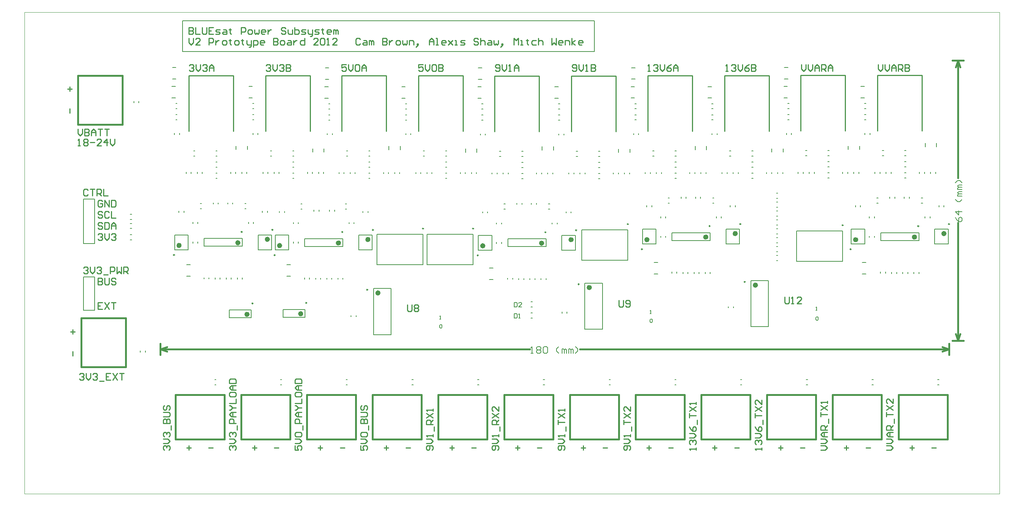
<source format=gto>
%FSLAX44Y44*%
%MOMM*%
G71*
G01*
G75*
G04 Layer_Color=65535*
%ADD10O,2.1000X0.4500*%
%ADD11R,1.2000X1.3500*%
%ADD12R,0.8000X0.7000*%
%ADD13R,1.3500X1.2000*%
%ADD14R,0.7000X0.8000*%
%ADD15R,1.3000X0.8000*%
%ADD16R,2.8000X1.3500*%
%ADD17O,0.6000X1.8000*%
%ADD18R,7.4000X5.0000*%
%ADD19R,5.3500X8.5400*%
%ADD20R,0.8900X3.0600*%
%ADD21O,0.3500X1.5500*%
%ADD22R,1.3500X2.8000*%
%ADD23O,0.3500X2.2000*%
%ADD24O,0.6000X2.2000*%
%ADD25C,0.1524*%
%ADD26C,0.2540*%
%ADD27C,0.7620*%
%ADD28C,0.5080*%
%ADD29C,1.0160*%
%ADD30C,0.2032*%
%ADD31C,0.3048*%
%ADD32R,177.7702X1.3208*%
%ADD33C,0.1000*%
%ADD34R,2.5400X2.5400*%
%ADD35C,2.5400*%
%ADD36R,1.5000X1.5000*%
%ADD37C,1.5000*%
%ADD38R,2.5400X2.5400*%
%ADD39C,7.0000*%
%ADD40C,0.7000*%
%ADD41C,0.6600*%
%ADD42C,1.2700*%
G04:AMPARAMS|DCode=43|XSize=3.024mm|YSize=3.024mm|CornerRadius=0mm|HoleSize=0mm|Usage=FLASHONLY|Rotation=0.000|XOffset=0mm|YOffset=0mm|HoleType=Round|Shape=Relief|Width=0.254mm|Gap=0.254mm|Entries=4|*
%AMTHD43*
7,0,0,3.0240,2.5160,0.2540,45*
%
%ADD43THD43*%
%ADD44C,2.5160*%
%ADD45C,1.9160*%
G04:AMPARAMS|DCode=46|XSize=2.424mm|YSize=2.424mm|CornerRadius=0mm|HoleSize=0mm|Usage=FLASHONLY|Rotation=0.000|XOffset=0mm|YOffset=0mm|HoleType=Round|Shape=Relief|Width=0.254mm|Gap=0.254mm|Entries=4|*
%AMTHD46*
7,0,0,2.4240,1.9160,0.2540,45*
%
%ADD46THD46*%
%ADD47C,4.2160*%
G04:AMPARAMS|DCode=48|XSize=1.824mm|YSize=1.824mm|CornerRadius=0mm|HoleSize=0mm|Usage=FLASHONLY|Rotation=0.000|XOffset=0mm|YOffset=0mm|HoleType=Round|Shape=Relief|Width=0.254mm|Gap=0.254mm|Entries=4|*
%AMTHD48*
7,0,0,1.8240,1.3160,0.2540,45*
%
%ADD48THD48*%
%ADD49C,1.3160*%
%ADD50C,1.3460*%
G04:AMPARAMS|DCode=51|XSize=2.2352mm|YSize=2.2352mm|CornerRadius=0mm|HoleSize=0mm|Usage=FLASHONLY|Rotation=0.000|XOffset=0mm|YOffset=0mm|HoleType=Round|Shape=Relief|Width=0.254mm|Gap=0.254mm|Entries=4|*
%AMTHD51*
7,0,0,2.2352,1.7272,0.2540,45*
%
%ADD51THD51*%
%ADD52C,1.7272*%
%ADD53C,2.5400*%
%ADD54C,0.6000*%
%ADD55C,0.2500*%
%ADD56C,0.3810*%
%ADD57C,0.2000*%
%ADD58C,0.1270*%
D25*
X2123907Y631658D02*
X2126446Y626580D01*
X2131524Y621501D01*
X2136602D01*
X2139142Y624040D01*
Y629119D01*
X2136602Y631658D01*
X2134063D01*
X2131524Y629119D01*
Y621501D01*
X2139142Y644354D02*
X2123907D01*
X2131524Y636736D01*
Y646893D01*
X2139142Y672285D02*
X2134063Y667206D01*
X2128985D01*
X2123907Y672285D01*
X2139142Y679902D02*
X2128985D01*
Y682441D01*
X2131524Y684981D01*
X2139142D01*
X2131524D01*
X2128985Y687520D01*
X2131524Y690059D01*
X2139142D01*
Y695137D02*
X2128985D01*
Y697677D01*
X2131524Y700216D01*
X2139142D01*
X2131524D01*
X2128985Y702755D01*
X2131524Y705294D01*
X2139142D01*
Y710372D02*
X2134063Y715451D01*
X2128985D01*
X2123907Y710372D01*
X1155153Y320858D02*
X1160232D01*
X1157692D01*
Y336093D01*
X1155153Y333554D01*
X1167849D02*
X1170388Y336093D01*
X1175467D01*
X1178006Y333554D01*
Y331015D01*
X1175467Y328476D01*
X1178006Y325937D01*
Y323398D01*
X1175467Y320858D01*
X1170388D01*
X1167849Y323398D01*
Y325937D01*
X1170388Y328476D01*
X1167849Y331015D01*
Y333554D01*
X1170388Y328476D02*
X1175467D01*
X1183084Y333554D02*
X1185623Y336093D01*
X1190702D01*
X1193241Y333554D01*
Y323398D01*
X1190702Y320858D01*
X1185623D01*
X1183084Y323398D01*
Y333554D01*
X1218633Y320858D02*
X1213554Y325937D01*
Y331015D01*
X1218633Y336093D01*
X1226250Y320858D02*
Y331015D01*
X1228789D01*
X1231329Y328476D01*
Y320858D01*
Y328476D01*
X1233868Y331015D01*
X1236407Y328476D01*
Y320858D01*
X1241485D02*
Y331015D01*
X1244025D01*
X1246564Y328476D01*
Y320858D01*
Y328476D01*
X1249103Y331015D01*
X1251642Y328476D01*
Y320858D01*
X1256720D02*
X1261799Y325937D01*
Y331015D01*
X1256720Y336093D01*
D26*
X374440Y828150D02*
Y955150D01*
X476040D01*
Y828150D02*
Y955150D01*
X549700Y828150D02*
Y955150D01*
X651300D01*
Y828150D02*
Y955150D01*
X1946340Y828550D02*
Y955550D01*
X2047940D01*
Y828550D02*
Y955550D01*
X1771080Y828550D02*
Y955550D01*
X1872680D01*
Y828550D02*
Y955550D01*
X1597440Y828060D02*
Y955060D01*
X1699040D01*
Y828060D02*
Y955060D01*
X1422180Y828060D02*
Y955060D01*
X1523780D01*
Y828060D02*
Y955060D01*
X1247840Y827280D02*
Y954280D01*
X1349440D01*
Y827280D02*
Y954280D01*
X1072580Y827280D02*
Y954280D01*
X1174180D01*
Y827280D02*
Y954280D01*
X898530Y827770D02*
Y954770D01*
X1000130D01*
Y827770D02*
Y954770D01*
X723270Y827770D02*
Y954770D01*
X824870D01*
Y827770D02*
Y954770D01*
X1356360Y441955D02*
Y429259D01*
X1358899Y426720D01*
X1363978D01*
X1366517Y429259D01*
Y441955D01*
X1371595Y429259D02*
X1374134Y426720D01*
X1379213D01*
X1381752Y429259D01*
Y439416D01*
X1379213Y441955D01*
X1374134D01*
X1371595Y439416D01*
Y436877D01*
X1374134Y434338D01*
X1381752D01*
X873760Y431795D02*
Y419099D01*
X876299Y416560D01*
X881377D01*
X883917Y419099D01*
Y431795D01*
X888995Y429256D02*
X891534Y431795D01*
X896613D01*
X899152Y429256D01*
Y426717D01*
X896613Y424178D01*
X899152Y421638D01*
Y419099D01*
X896613Y416560D01*
X891534D01*
X888995Y419099D01*
Y421638D01*
X891534Y424178D01*
X888995Y426717D01*
Y429256D01*
X891534Y424178D02*
X896613D01*
X319270Y99716D02*
X316731Y102255D01*
Y107333D01*
X319270Y109873D01*
X321809D01*
X324348Y107333D01*
Y104794D01*
Y107333D01*
X326888Y109873D01*
X329427D01*
X331966Y107333D01*
Y102255D01*
X329427Y99716D01*
X316731Y114951D02*
X326888D01*
X331966Y120029D01*
X326888Y125108D01*
X316731D01*
X319270Y130186D02*
X316731Y132725D01*
Y137804D01*
X319270Y140343D01*
X321809D01*
X324348Y137804D01*
Y135264D01*
Y137804D01*
X326888Y140343D01*
X329427D01*
X331966Y137804D01*
Y132725D01*
X329427Y130186D01*
X334505Y145421D02*
Y155578D01*
X316731Y160656D02*
X331966D01*
Y168274D01*
X329427Y170813D01*
X326888D01*
X324348Y168274D01*
Y160656D01*
Y168274D01*
X321809Y170813D01*
X319270D01*
X316731Y168274D01*
Y160656D01*
Y175891D02*
X329427D01*
X331966Y178430D01*
Y183509D01*
X329427Y186048D01*
X316731D01*
X319270Y201283D02*
X316731Y198744D01*
Y193666D01*
X319270Y191126D01*
X321809D01*
X324348Y193666D01*
Y198744D01*
X326888Y201283D01*
X329427D01*
X331966Y198744D01*
Y193666D01*
X329427Y191126D01*
X766819Y109873D02*
Y99716D01*
X774436D01*
X771897Y104794D01*
Y107333D01*
X774436Y109873D01*
X779515D01*
X782054Y107333D01*
Y102255D01*
X779515Y99716D01*
X766819Y114951D02*
X776976D01*
X782054Y120029D01*
X776976Y125108D01*
X766819D01*
X769358Y130186D02*
X766819Y132725D01*
Y137804D01*
X769358Y140343D01*
X779515D01*
X782054Y137804D01*
Y132725D01*
X779515Y130186D01*
X769358D01*
X784593Y145421D02*
Y155578D01*
X766819Y160656D02*
X782054D01*
Y168274D01*
X779515Y170813D01*
X776976D01*
X774436Y168274D01*
Y160656D01*
Y168274D01*
X771897Y170813D01*
X769358D01*
X766819Y168274D01*
Y160656D01*
Y175891D02*
X779515D01*
X782054Y178430D01*
Y183509D01*
X779515Y186048D01*
X766819D01*
X769358Y201283D02*
X766819Y198744D01*
Y193666D01*
X769358Y191126D01*
X771897D01*
X774436Y193666D01*
Y198744D01*
X776976Y201283D01*
X779515D01*
X782054Y198744D01*
Y193666D01*
X779515Y191126D01*
X469384Y99716D02*
X466845Y102255D01*
Y107333D01*
X469384Y109873D01*
X471923D01*
X474463Y107333D01*
Y104794D01*
Y107333D01*
X477002Y109873D01*
X479541D01*
X482080Y107333D01*
Y102255D01*
X479541Y99716D01*
X466845Y114951D02*
X477002D01*
X482080Y120029D01*
X477002Y125108D01*
X466845D01*
X469384Y130186D02*
X466845Y132725D01*
Y137804D01*
X469384Y140343D01*
X471923D01*
X474463Y137804D01*
Y135264D01*
Y137804D01*
X477002Y140343D01*
X479541D01*
X482080Y137804D01*
Y132725D01*
X479541Y130186D01*
X484619Y145421D02*
Y155578D01*
X482080Y160656D02*
X466845D01*
Y168274D01*
X469384Y170813D01*
X474463D01*
X477002Y168274D01*
Y160656D01*
X482080Y175891D02*
X471923D01*
X466845Y180970D01*
X471923Y186048D01*
X482080D01*
X474463D01*
Y175891D01*
X466845Y191126D02*
X469384D01*
X474463Y196205D01*
X469384Y201283D01*
X466845D01*
X474463Y196205D02*
X482080D01*
X466845Y206361D02*
X482080D01*
Y216518D01*
X466845Y229214D02*
Y224136D01*
X469384Y221597D01*
X479541D01*
X482080Y224136D01*
Y229214D01*
X479541Y231753D01*
X469384D01*
X466845Y229214D01*
X482080Y236831D02*
X471923D01*
X466845Y241910D01*
X471923Y246988D01*
X482080D01*
X474463D01*
Y236831D01*
X466845Y252067D02*
X482080D01*
Y259684D01*
X479541Y262223D01*
X469384D01*
X466845Y259684D01*
Y252067D01*
X616705Y109873D02*
Y99716D01*
X624323D01*
X621783Y104794D01*
Y107333D01*
X624323Y109873D01*
X629401D01*
X631940Y107333D01*
Y102255D01*
X629401Y99716D01*
X616705Y114951D02*
X626862D01*
X631940Y120029D01*
X626862Y125108D01*
X616705D01*
X619244Y130186D02*
X616705Y132725D01*
Y137804D01*
X619244Y140343D01*
X629401D01*
X631940Y137804D01*
Y132725D01*
X629401Y130186D01*
X619244D01*
X634479Y145421D02*
Y155578D01*
X631940Y160656D02*
X616705D01*
Y168274D01*
X619244Y170813D01*
X624323D01*
X626862Y168274D01*
Y160656D01*
X631940Y175891D02*
X621783D01*
X616705Y180970D01*
X621783Y186048D01*
X631940D01*
X624323D01*
Y175891D01*
X616705Y191126D02*
X619244D01*
X624323Y196205D01*
X619244Y201283D01*
X616705D01*
X624323Y196205D02*
X631940D01*
X616705Y206361D02*
X631940D01*
Y216518D01*
X616705Y229214D02*
Y224136D01*
X619244Y221597D01*
X629401D01*
X631940Y224136D01*
Y229214D01*
X629401Y231753D01*
X619244D01*
X616705Y229214D01*
X631940Y236831D02*
X621783D01*
X616705Y241910D01*
X621783Y246988D01*
X631940D01*
X624323D01*
Y236831D01*
X616705Y252067D02*
X631940D01*
Y259684D01*
X629401Y262223D01*
X619244D01*
X616705Y259684D01*
Y252067D01*
X1079489Y99716D02*
X1082028Y102255D01*
Y107333D01*
X1079489Y109873D01*
X1069332D01*
X1066793Y107333D01*
Y102255D01*
X1069332Y99716D01*
X1071871D01*
X1074410Y102255D01*
Y109873D01*
X1066793Y114951D02*
X1076950D01*
X1082028Y120029D01*
X1076950Y125108D01*
X1066793D01*
X1082028Y130186D02*
Y135264D01*
Y132725D01*
X1066793D01*
X1069332Y130186D01*
X1084567Y142882D02*
Y153039D01*
X1082028Y158117D02*
X1066793D01*
Y165735D01*
X1069332Y168274D01*
X1074410D01*
X1076950Y165735D01*
Y158117D01*
Y163195D02*
X1082028Y168274D01*
X1066793Y173352D02*
X1082028Y183509D01*
X1066793D02*
X1082028Y173352D01*
Y198744D02*
Y188587D01*
X1071871Y198744D01*
X1069332D01*
X1066793Y196205D01*
Y191126D01*
X1069332Y188587D01*
X1379463Y99716D02*
X1382002Y102255D01*
Y107333D01*
X1379463Y109873D01*
X1369306D01*
X1366767Y107333D01*
Y102255D01*
X1369306Y99716D01*
X1371845D01*
X1374384Y102255D01*
Y109873D01*
X1366767Y114951D02*
X1376924D01*
X1382002Y120029D01*
X1376924Y125108D01*
X1366767D01*
X1382002Y130186D02*
Y135264D01*
Y132725D01*
X1366767D01*
X1369306Y130186D01*
X1384541Y142882D02*
Y153039D01*
X1366767Y158117D02*
Y168274D01*
Y163195D01*
X1382002D01*
X1366767Y173352D02*
X1382002Y183509D01*
X1366767D02*
X1382002Y173352D01*
Y198744D02*
Y188587D01*
X1371845Y198744D01*
X1369306D01*
X1366767Y196205D01*
Y191126D01*
X1369306Y188587D01*
X125000Y272696D02*
X127539Y275235D01*
X132618D01*
X135157Y272696D01*
Y270157D01*
X132618Y267617D01*
X130078D01*
X132618D01*
X135157Y265078D01*
Y262539D01*
X132618Y260000D01*
X127539D01*
X125000Y262539D01*
X140235Y275235D02*
Y265078D01*
X145313Y260000D01*
X150392Y265078D01*
Y275235D01*
X155470Y272696D02*
X158009Y275235D01*
X163088D01*
X165627Y272696D01*
Y270157D01*
X163088Y267617D01*
X160548D01*
X163088D01*
X165627Y265078D01*
Y262539D01*
X163088Y260000D01*
X158009D01*
X155470Y262539D01*
X170705Y257461D02*
X180862D01*
X196097Y275235D02*
X185940D01*
Y260000D01*
X196097D01*
X185940Y267617D02*
X191019D01*
X201175Y275235D02*
X211332Y260000D01*
Y275235D02*
X201175Y260000D01*
X216410Y275235D02*
X226567D01*
X221489D01*
Y260000D01*
X1681976Y99716D02*
Y104794D01*
Y102255D01*
X1666741D01*
X1669280Y99716D01*
Y112412D02*
X1666741Y114951D01*
Y120029D01*
X1669280Y122569D01*
X1671819D01*
X1674359Y120029D01*
Y117490D01*
Y120029D01*
X1676898Y122569D01*
X1679437D01*
X1681976Y120029D01*
Y114951D01*
X1679437Y112412D01*
X1666741Y127647D02*
X1676898D01*
X1681976Y132725D01*
X1676898Y137804D01*
X1666741D01*
Y153039D02*
X1669280Y147960D01*
X1674359Y142882D01*
X1679437D01*
X1681976Y145421D01*
Y150499D01*
X1679437Y153039D01*
X1676898D01*
X1674359Y150499D01*
Y142882D01*
X1684515Y158117D02*
Y168274D01*
X1666741Y173352D02*
Y183509D01*
Y178430D01*
X1681976D01*
X1666741Y188587D02*
X1681976Y198744D01*
X1666741D02*
X1681976Y188587D01*
Y213979D02*
Y203822D01*
X1671819Y213979D01*
X1669280D01*
X1666741Y211440D01*
Y206361D01*
X1669280Y203822D01*
X121920Y833115D02*
Y822958D01*
X126998Y817880D01*
X132077Y822958D01*
Y833115D01*
X137155D02*
Y817880D01*
X144773D01*
X147312Y820419D01*
Y822958D01*
X144773Y825498D01*
X137155D01*
X144773D01*
X147312Y828037D01*
Y830576D01*
X144773Y833115D01*
X137155D01*
X152390Y817880D02*
Y828037D01*
X157469Y833115D01*
X162547Y828037D01*
Y817880D01*
Y825498D01*
X152390D01*
X167625Y833115D02*
X177782D01*
X172704D01*
Y817880D01*
X182860Y833115D02*
X193017D01*
X187939D01*
Y817880D01*
X1966715Y99716D02*
X1976872D01*
X1981950Y104794D01*
X1976872Y109873D01*
X1966715D01*
Y114951D02*
X1976872D01*
X1981950Y120029D01*
X1976872Y125108D01*
X1966715D01*
X1981950Y130186D02*
X1971793D01*
X1966715Y135264D01*
X1971793Y140343D01*
X1981950D01*
X1974332D01*
Y130186D01*
X1981950Y145421D02*
X1966715D01*
Y153039D01*
X1969254Y155578D01*
X1974332D01*
X1976872Y153039D01*
Y145421D01*
Y150499D02*
X1981950Y155578D01*
X1984489Y160656D02*
Y170813D01*
X1966715Y175891D02*
Y186048D01*
Y180970D01*
X1981950D01*
X1966715Y191126D02*
X1981950Y201283D01*
X1966715D02*
X1981950Y191126D01*
Y216518D02*
Y206361D01*
X1971793Y216518D01*
X1969254D01*
X1966715Y213979D01*
Y208901D01*
X1969254Y206361D01*
X929629Y99716D02*
X932168Y102255D01*
Y107333D01*
X929629Y109873D01*
X919472D01*
X916933Y107333D01*
Y102255D01*
X919472Y99716D01*
X922011D01*
X924550Y102255D01*
Y109873D01*
X916933Y114951D02*
X927090D01*
X932168Y120029D01*
X927090Y125108D01*
X916933D01*
X932168Y130186D02*
Y135264D01*
Y132725D01*
X916933D01*
X919472Y130186D01*
X934707Y142882D02*
Y153039D01*
X932168Y158117D02*
X916933D01*
Y165735D01*
X919472Y168274D01*
X924550D01*
X927090Y165735D01*
Y158117D01*
Y163195D02*
X932168Y168274D01*
X916933Y173352D02*
X932168Y183509D01*
X916933D02*
X932168Y173352D01*
Y188587D02*
Y193666D01*
Y191126D01*
X916933D01*
X919472Y188587D01*
X1229603Y99716D02*
X1232142Y102255D01*
Y107333D01*
X1229603Y109873D01*
X1219446D01*
X1216907Y107333D01*
Y102255D01*
X1219446Y99716D01*
X1221985D01*
X1224525Y102255D01*
Y109873D01*
X1216907Y114951D02*
X1227064D01*
X1232142Y120029D01*
X1227064Y125108D01*
X1216907D01*
X1232142Y130186D02*
Y135264D01*
Y132725D01*
X1216907D01*
X1219446Y130186D01*
X1234681Y142882D02*
Y153039D01*
X1216907Y158117D02*
Y168274D01*
Y163195D01*
X1232142D01*
X1216907Y173352D02*
X1232142Y183509D01*
X1216907D02*
X1232142Y173352D01*
Y188587D02*
Y193666D01*
Y191126D01*
X1216907D01*
X1219446Y188587D01*
X1532116Y99716D02*
Y104794D01*
Y102255D01*
X1516881D01*
X1519420Y99716D01*
Y112412D02*
X1516881Y114951D01*
Y120029D01*
X1519420Y122569D01*
X1521959D01*
X1524498Y120029D01*
Y117490D01*
Y120029D01*
X1527038Y122569D01*
X1529577D01*
X1532116Y120029D01*
Y114951D01*
X1529577Y112412D01*
X1516881Y127647D02*
X1527038D01*
X1532116Y132725D01*
X1527038Y137804D01*
X1516881D01*
Y153039D02*
X1519420Y147960D01*
X1524498Y142882D01*
X1529577D01*
X1532116Y145421D01*
Y150499D01*
X1529577Y153039D01*
X1527038D01*
X1524498Y150499D01*
Y142882D01*
X1534655Y158117D02*
Y168274D01*
X1516881Y173352D02*
Y183509D01*
Y178430D01*
X1532116D01*
X1516881Y188587D02*
X1532116Y198744D01*
X1516881D02*
X1532116Y188587D01*
Y203822D02*
Y208901D01*
Y206361D01*
X1516881D01*
X1519420Y203822D01*
X1816855Y99716D02*
X1827012D01*
X1832090Y104794D01*
X1827012Y109873D01*
X1816855D01*
Y114951D02*
X1827012D01*
X1832090Y120029D01*
X1827012Y125108D01*
X1816855D01*
X1832090Y130186D02*
X1821933D01*
X1816855Y135264D01*
X1821933Y140343D01*
X1832090D01*
X1824473D01*
Y130186D01*
X1832090Y145421D02*
X1816855D01*
Y153039D01*
X1819394Y155578D01*
X1824473D01*
X1827012Y153039D01*
Y145421D01*
Y150499D02*
X1832090Y155578D01*
X1834629Y160656D02*
Y170813D01*
X1816855Y175891D02*
Y186048D01*
Y180970D01*
X1832090D01*
X1816855Y191126D02*
X1832090Y201283D01*
X1816855D02*
X1832090Y191126D01*
Y206361D02*
Y211440D01*
Y208901D01*
X1816855D01*
X1819394Y206361D01*
X1734820Y449575D02*
Y436879D01*
X1737359Y434340D01*
X1742437D01*
X1744977Y436879D01*
Y449575D01*
X1750055Y434340D02*
X1755133D01*
X1752594D01*
Y449575D01*
X1750055Y447036D01*
X1772908Y434340D02*
X1762751D01*
X1772908Y444497D01*
Y447036D01*
X1770368Y449575D01*
X1765290D01*
X1762751Y447036D01*
X102603Y919160D02*
Y929317D01*
X97524Y924238D02*
X107681D01*
X102603Y869160D02*
Y879317D01*
X121920Y795020D02*
X126998D01*
X124459D01*
Y810255D01*
X121920Y807716D01*
X134616D02*
X137155Y810255D01*
X142233D01*
X144773Y807716D01*
Y805177D01*
X142233Y802637D01*
X144773Y800098D01*
Y797559D01*
X142233Y795020D01*
X137155D01*
X134616Y797559D01*
Y800098D01*
X137155Y802637D01*
X134616Y805177D01*
Y807716D01*
X137155Y802637D02*
X142233D01*
X149851D02*
X160008D01*
X175243Y795020D02*
X165086D01*
X175243Y805177D01*
Y807716D01*
X172704Y810255D01*
X167625D01*
X165086Y807716D01*
X187939Y795020D02*
Y810255D01*
X180321Y802637D01*
X190478D01*
X195556Y810255D02*
Y800098D01*
X200634Y795020D01*
X205713Y800098D01*
Y810255D01*
X380000Y104882D02*
X369843D01*
X374922Y99804D02*
Y109961D01*
X430000Y104882D02*
X419843D01*
X830000D02*
X819843D01*
X824922Y99804D02*
Y109961D01*
X880000Y104882D02*
X869843D01*
X530000D02*
X519843D01*
X524922Y99804D02*
Y109961D01*
X580000Y104882D02*
X569843D01*
X680000D02*
X669843D01*
X674922Y99804D02*
Y109961D01*
X730000Y104882D02*
X719843D01*
X1130000D02*
X1119843D01*
X1124922Y99804D02*
Y109961D01*
X1180000Y104882D02*
X1169843D01*
X1430000D02*
X1419843D01*
X1424922Y99804D02*
Y109961D01*
X1480000Y104882D02*
X1469843D01*
X1730000D02*
X1719843D01*
X1724922Y99804D02*
Y109961D01*
X1780000Y104882D02*
X1769843D01*
X2030000D02*
X2019843D01*
X2024922Y99804D02*
Y109961D01*
X2080000Y104882D02*
X2069843D01*
X980000D02*
X969843D01*
X974922Y99804D02*
Y109961D01*
X1030000Y104882D02*
X1019843D01*
X1280000D02*
X1269843D01*
X1274922Y99804D02*
Y109961D01*
X1330000Y104882D02*
X1319843D01*
X1580000D02*
X1569843D01*
X1574922Y99804D02*
Y109961D01*
X1630000Y104882D02*
X1619843D01*
X1880000D02*
X1869843D01*
X1874922Y99804D02*
Y109961D01*
X1930000Y104882D02*
X1919843D01*
X177797Y436875D02*
X167640D01*
Y421640D01*
X177797D01*
X167640Y429258D02*
X172718D01*
X182875Y436875D02*
X193032Y421640D01*
Y436875D02*
X182875Y421640D01*
X198110Y436875D02*
X208267D01*
X203188D01*
Y421640D01*
X167640Y492755D02*
Y477520D01*
X175257D01*
X177797Y480059D01*
Y482598D01*
X175257Y485137D01*
X167640D01*
X175257D01*
X177797Y487677D01*
Y490216D01*
X175257Y492755D01*
X167640D01*
X182875D02*
Y480059D01*
X185414Y477520D01*
X190493D01*
X193032Y480059D01*
Y492755D01*
X208267Y490216D02*
X205728Y492755D01*
X200649D01*
X198110Y490216D01*
Y487677D01*
X200649Y485137D01*
X205728D01*
X208267Y482598D01*
Y480059D01*
X205728Y477520D01*
X200649D01*
X198110Y480059D01*
X177797Y668016D02*
X175257Y670555D01*
X170179D01*
X167640Y668016D01*
Y657859D01*
X170179Y655320D01*
X175257D01*
X177797Y657859D01*
Y662937D01*
X172718D01*
X182875Y655320D02*
Y670555D01*
X193032Y655320D01*
Y670555D01*
X198110D02*
Y655320D01*
X205728D01*
X208267Y657859D01*
Y668016D01*
X205728Y670555D01*
X198110D01*
X177797Y642616D02*
X175257Y645155D01*
X170179D01*
X167640Y642616D01*
Y640077D01*
X170179Y637537D01*
X175257D01*
X177797Y634998D01*
Y632459D01*
X175257Y629920D01*
X170179D01*
X167640Y632459D01*
X193032Y642616D02*
X190493Y645155D01*
X185414D01*
X182875Y642616D01*
Y632459D01*
X185414Y629920D01*
X190493D01*
X193032Y632459D01*
X198110Y645155D02*
Y629920D01*
X208267D01*
X177797Y617216D02*
X175257Y619755D01*
X170179D01*
X167640Y617216D01*
Y614677D01*
X170179Y612137D01*
X175257D01*
X177797Y609598D01*
Y607059D01*
X175257Y604520D01*
X170179D01*
X167640Y607059D01*
X182875Y619755D02*
Y604520D01*
X190493D01*
X193032Y607059D01*
Y617216D01*
X190493Y619755D01*
X182875D01*
X198110Y604520D02*
Y614677D01*
X203188Y619755D01*
X208267Y614677D01*
Y604520D01*
Y612137D01*
X198110D01*
X167640Y591816D02*
X170179Y594355D01*
X175257D01*
X177797Y591816D01*
Y589277D01*
X175257Y586738D01*
X172718D01*
X175257D01*
X177797Y584198D01*
Y581659D01*
X175257Y579120D01*
X170179D01*
X167640Y581659D01*
X182875Y594355D02*
Y584198D01*
X187953Y579120D01*
X193032Y584198D01*
Y594355D01*
X198110Y591816D02*
X200649Y594355D01*
X205728D01*
X208267Y591816D01*
Y589277D01*
X205728Y586738D01*
X203188D01*
X205728D01*
X208267Y584198D01*
Y581659D01*
X205728Y579120D01*
X200649D01*
X198110Y581659D01*
X144777Y693416D02*
X142238Y695955D01*
X137159D01*
X134620Y693416D01*
Y683259D01*
X137159Y680720D01*
X142238D01*
X144777Y683259D01*
X149855Y695955D02*
X160012D01*
X154933D01*
Y680720D01*
X165090D02*
Y695955D01*
X172708D01*
X175247Y693416D01*
Y688337D01*
X172708Y685798D01*
X165090D01*
X170168D02*
X175247Y680720D01*
X180325Y695955D02*
Y680720D01*
X190482D01*
X109882Y365000D02*
Y375157D01*
X104804Y370078D02*
X114961D01*
X109882Y315000D02*
Y325157D01*
X375000Y1065235D02*
Y1050000D01*
X382617D01*
X385157Y1052539D01*
Y1055078D01*
X382617Y1057617D01*
X375000D01*
X382617D01*
X385157Y1060157D01*
Y1062696D01*
X382617Y1065235D01*
X375000D01*
X390235D02*
Y1050000D01*
X400392D01*
X405470Y1065235D02*
Y1052539D01*
X408009Y1050000D01*
X413088D01*
X415627Y1052539D01*
Y1065235D01*
X430862D02*
X420705D01*
Y1050000D01*
X430862D01*
X420705Y1057617D02*
X425784D01*
X435940Y1050000D02*
X443558D01*
X446097Y1052539D01*
X443558Y1055078D01*
X438479D01*
X435940Y1057617D01*
X438479Y1060157D01*
X446097D01*
X453715D02*
X458793D01*
X461332Y1057617D01*
Y1050000D01*
X453715D01*
X451175Y1052539D01*
X453715Y1055078D01*
X461332D01*
X468950Y1062696D02*
Y1060157D01*
X466410D01*
X471489D01*
X468950D01*
Y1052539D01*
X471489Y1050000D01*
X494341D02*
Y1065235D01*
X501959D01*
X504498Y1062696D01*
Y1057617D01*
X501959Y1055078D01*
X494341D01*
X512116Y1050000D02*
X517194D01*
X519733Y1052539D01*
Y1057617D01*
X517194Y1060157D01*
X512116D01*
X509576Y1057617D01*
Y1052539D01*
X512116Y1050000D01*
X524812Y1060157D02*
Y1052539D01*
X527351Y1050000D01*
X529890Y1052539D01*
X532429Y1050000D01*
X534968Y1052539D01*
Y1060157D01*
X547664Y1050000D02*
X542586D01*
X540047Y1052539D01*
Y1057617D01*
X542586Y1060157D01*
X547664D01*
X550203Y1057617D01*
Y1055078D01*
X540047D01*
X555282Y1060157D02*
Y1050000D01*
Y1055078D01*
X557821Y1057617D01*
X560360Y1060157D01*
X562899D01*
X595909Y1062696D02*
X593369Y1065235D01*
X588291D01*
X585752Y1062696D01*
Y1060157D01*
X588291Y1057617D01*
X593369D01*
X595909Y1055078D01*
Y1052539D01*
X593369Y1050000D01*
X588291D01*
X585752Y1052539D01*
X600987Y1060157D02*
Y1052539D01*
X603526Y1050000D01*
X611144D01*
Y1060157D01*
X616222Y1065235D02*
Y1050000D01*
X623839D01*
X626379Y1052539D01*
Y1055078D01*
Y1057617D01*
X623839Y1060157D01*
X616222D01*
X631457Y1050000D02*
X639075D01*
X641614Y1052539D01*
X639075Y1055078D01*
X633996D01*
X631457Y1057617D01*
X633996Y1060157D01*
X641614D01*
X646692D02*
Y1052539D01*
X649231Y1050000D01*
X656849D01*
Y1047461D01*
X654310Y1044922D01*
X651770D01*
X656849Y1050000D02*
Y1060157D01*
X661927Y1050000D02*
X669545D01*
X672084Y1052539D01*
X669545Y1055078D01*
X664466D01*
X661927Y1057617D01*
X664466Y1060157D01*
X672084D01*
X679702Y1062696D02*
Y1060157D01*
X677162D01*
X682241D01*
X679702D01*
Y1052539D01*
X682241Y1050000D01*
X697476D02*
X692397D01*
X689858Y1052539D01*
Y1057617D01*
X692397Y1060157D01*
X697476D01*
X700015Y1057617D01*
Y1055078D01*
X689858D01*
X705093Y1050000D02*
Y1060157D01*
X707632D01*
X710172Y1057617D01*
Y1050000D01*
Y1057617D01*
X712711Y1060157D01*
X715250Y1057617D01*
Y1050000D01*
X375000Y1040235D02*
Y1030078D01*
X380078Y1025000D01*
X385157Y1030078D01*
Y1040235D01*
X400392Y1025000D02*
X390235D01*
X400392Y1035157D01*
Y1037696D01*
X397853Y1040235D01*
X392774D01*
X390235Y1037696D01*
X420705Y1025000D02*
Y1040235D01*
X428323D01*
X430862Y1037696D01*
Y1032617D01*
X428323Y1030078D01*
X420705D01*
X435940Y1035157D02*
Y1025000D01*
Y1030078D01*
X438479Y1032617D01*
X441019Y1035157D01*
X443558D01*
X453715Y1025000D02*
X458793D01*
X461332Y1027539D01*
Y1032617D01*
X458793Y1035157D01*
X453715D01*
X451175Y1032617D01*
Y1027539D01*
X453715Y1025000D01*
X468950Y1037696D02*
Y1035157D01*
X466410D01*
X471489D01*
X468950D01*
Y1027539D01*
X471489Y1025000D01*
X481646D02*
X486724D01*
X489263Y1027539D01*
Y1032617D01*
X486724Y1035157D01*
X481646D01*
X479106Y1032617D01*
Y1027539D01*
X481646Y1025000D01*
X496881Y1037696D02*
Y1035157D01*
X494341D01*
X499420D01*
X496881D01*
Y1027539D01*
X499420Y1025000D01*
X507037Y1035157D02*
Y1027539D01*
X509576Y1025000D01*
X517194D01*
Y1022461D01*
X514655Y1019922D01*
X512116D01*
X517194Y1025000D02*
Y1035157D01*
X522272Y1019922D02*
Y1035157D01*
X529890D01*
X532429Y1032617D01*
Y1027539D01*
X529890Y1025000D01*
X522272D01*
X545125D02*
X540047D01*
X537507Y1027539D01*
Y1032617D01*
X540047Y1035157D01*
X545125D01*
X547664Y1032617D01*
Y1030078D01*
X537507D01*
X567978Y1040235D02*
Y1025000D01*
X575595D01*
X578134Y1027539D01*
Y1030078D01*
X575595Y1032617D01*
X567978D01*
X575595D01*
X578134Y1035157D01*
Y1037696D01*
X575595Y1040235D01*
X567978D01*
X585752Y1025000D02*
X590830D01*
X593369Y1027539D01*
Y1032617D01*
X590830Y1035157D01*
X585752D01*
X583213Y1032617D01*
Y1027539D01*
X585752Y1025000D01*
X600987Y1035157D02*
X606065D01*
X608604Y1032617D01*
Y1025000D01*
X600987D01*
X598448Y1027539D01*
X600987Y1030078D01*
X608604D01*
X613683Y1035157D02*
Y1025000D01*
Y1030078D01*
X616222Y1032617D01*
X618761Y1035157D01*
X621300D01*
X639075Y1040235D02*
Y1025000D01*
X631457D01*
X628918Y1027539D01*
Y1032617D01*
X631457Y1035157D01*
X639075D01*
X669545Y1025000D02*
X659388D01*
X669545Y1035157D01*
Y1037696D01*
X667005Y1040235D01*
X661927D01*
X659388Y1037696D01*
X674623D02*
X677162Y1040235D01*
X682241D01*
X684780Y1037696D01*
Y1027539D01*
X682241Y1025000D01*
X677162D01*
X674623Y1027539D01*
Y1037696D01*
X689858Y1025000D02*
X694937D01*
X692397D01*
Y1040235D01*
X689858Y1037696D01*
X712711Y1025000D02*
X702554D01*
X712711Y1035157D01*
Y1037696D01*
X710172Y1040235D01*
X705093D01*
X702554Y1037696D01*
X765807Y1037840D02*
X763268Y1040379D01*
X758189D01*
X755650Y1037840D01*
Y1027683D01*
X758189Y1025144D01*
X763268D01*
X765807Y1027683D01*
X773424Y1035301D02*
X778503D01*
X781042Y1032762D01*
Y1025144D01*
X773424D01*
X770885Y1027683D01*
X773424Y1030222D01*
X781042D01*
X786120Y1025144D02*
Y1035301D01*
X788659D01*
X791199Y1032762D01*
Y1025144D01*
Y1032762D01*
X793738Y1035301D01*
X796277Y1032762D01*
Y1025144D01*
X816590Y1040379D02*
Y1025144D01*
X824208D01*
X826747Y1027683D01*
Y1030222D01*
X824208Y1032762D01*
X816590D01*
X824208D01*
X826747Y1035301D01*
Y1037840D01*
X824208Y1040379D01*
X816590D01*
X831825Y1035301D02*
Y1025144D01*
Y1030222D01*
X834364Y1032762D01*
X836904Y1035301D01*
X839443D01*
X849600Y1025144D02*
X854678D01*
X857217Y1027683D01*
Y1032762D01*
X854678Y1035301D01*
X849600D01*
X847060Y1032762D01*
Y1027683D01*
X849600Y1025144D01*
X862296Y1035301D02*
Y1027683D01*
X864835Y1025144D01*
X867374Y1027683D01*
X869913Y1025144D01*
X872452Y1027683D01*
Y1035301D01*
X877531Y1025144D02*
Y1035301D01*
X885148D01*
X887687Y1032762D01*
Y1025144D01*
X895305Y1022605D02*
X897844Y1025144D01*
Y1027683D01*
X895305D01*
Y1025144D01*
X897844D01*
X895305Y1022605D01*
X892766Y1020066D01*
X923236Y1025144D02*
Y1035301D01*
X928314Y1040379D01*
X933392Y1035301D01*
Y1025144D01*
Y1032762D01*
X923236D01*
X938471Y1025144D02*
X943549D01*
X941010D01*
Y1040379D01*
X938471D01*
X958784Y1025144D02*
X953706D01*
X951167Y1027683D01*
Y1032762D01*
X953706Y1035301D01*
X958784D01*
X961323Y1032762D01*
Y1030222D01*
X951167D01*
X966402Y1035301D02*
X976559Y1025144D01*
X971480Y1030222D01*
X976559Y1035301D01*
X966402Y1025144D01*
X981637D02*
X986715D01*
X984176D01*
Y1035301D01*
X981637D01*
X994333Y1025144D02*
X1001950D01*
X1004490Y1027683D01*
X1001950Y1030222D01*
X996872D01*
X994333Y1032762D01*
X996872Y1035301D01*
X1004490D01*
X1034960Y1037840D02*
X1032421Y1040379D01*
X1027342D01*
X1024803Y1037840D01*
Y1035301D01*
X1027342Y1032762D01*
X1032421D01*
X1034960Y1030222D01*
Y1027683D01*
X1032421Y1025144D01*
X1027342D01*
X1024803Y1027683D01*
X1040038Y1040379D02*
Y1025144D01*
Y1032762D01*
X1042577Y1035301D01*
X1047655D01*
X1050195Y1032762D01*
Y1025144D01*
X1057812Y1035301D02*
X1062891D01*
X1065430Y1032762D01*
Y1025144D01*
X1057812D01*
X1055273Y1027683D01*
X1057812Y1030222D01*
X1065430D01*
X1070508Y1035301D02*
Y1027683D01*
X1073047Y1025144D01*
X1075586Y1027683D01*
X1078126Y1025144D01*
X1080665Y1027683D01*
Y1035301D01*
X1088282Y1022605D02*
X1090822Y1025144D01*
Y1027683D01*
X1088282D01*
Y1025144D01*
X1090822D01*
X1088282Y1022605D01*
X1085743Y1020066D01*
X1116213Y1025144D02*
Y1040379D01*
X1121292Y1035301D01*
X1126370Y1040379D01*
Y1025144D01*
X1131448D02*
X1136527D01*
X1133988D01*
Y1035301D01*
X1131448D01*
X1146684Y1037840D02*
Y1035301D01*
X1144144D01*
X1149223D01*
X1146684D01*
Y1027683D01*
X1149223Y1025144D01*
X1166997Y1035301D02*
X1159379D01*
X1156840Y1032762D01*
Y1027683D01*
X1159379Y1025144D01*
X1166997D01*
X1172075Y1040379D02*
Y1025144D01*
Y1032762D01*
X1174614Y1035301D01*
X1179693D01*
X1182232Y1032762D01*
Y1025144D01*
X1202545Y1040379D02*
Y1025144D01*
X1207624Y1030222D01*
X1212702Y1025144D01*
Y1040379D01*
X1225398Y1025144D02*
X1220320D01*
X1217781Y1027683D01*
Y1032762D01*
X1220320Y1035301D01*
X1225398D01*
X1227937Y1032762D01*
Y1030222D01*
X1217781D01*
X1233016Y1025144D02*
Y1035301D01*
X1240633D01*
X1243172Y1032762D01*
Y1025144D01*
X1248251D02*
Y1040379D01*
Y1030222D02*
X1255868Y1035301D01*
X1248251Y1030222D02*
X1255868Y1025144D01*
X1271103D02*
X1266025D01*
X1263486Y1027683D01*
Y1032762D01*
X1266025Y1035301D01*
X1271103D01*
X1273642Y1032762D01*
Y1030222D01*
X1263486D01*
X134620Y515616D02*
X137159Y518155D01*
X142238D01*
X144777Y515616D01*
Y513077D01*
X142238Y510537D01*
X139698D01*
X142238D01*
X144777Y507998D01*
Y505459D01*
X142238Y502920D01*
X137159D01*
X134620Y505459D01*
X149855Y518155D02*
Y507998D01*
X154933Y502920D01*
X160012Y507998D01*
Y518155D01*
X165090Y515616D02*
X167629Y518155D01*
X172708D01*
X175247Y515616D01*
Y513077D01*
X172708Y510537D01*
X170168D01*
X172708D01*
X175247Y507998D01*
Y505459D01*
X172708Y502920D01*
X167629D01*
X165090Y505459D01*
X180325Y500381D02*
X190482D01*
X195560Y502920D02*
Y518155D01*
X203178D01*
X205717Y515616D01*
Y510537D01*
X203178Y507998D01*
X195560D01*
X210795Y518155D02*
Y502920D01*
X215874Y507998D01*
X220952Y502920D01*
Y518155D01*
X226030Y502920D02*
Y518155D01*
X233648D01*
X236187Y515616D01*
Y510537D01*
X233648Y507998D01*
X226030D01*
X231109D02*
X236187Y502920D01*
X375920Y977896D02*
X378459Y980435D01*
X383537D01*
X386077Y977896D01*
Y975357D01*
X383537Y972818D01*
X380998D01*
X383537D01*
X386077Y970278D01*
Y967739D01*
X383537Y965200D01*
X378459D01*
X375920Y967739D01*
X391155Y980435D02*
Y970278D01*
X396233Y965200D01*
X401312Y970278D01*
Y980435D01*
X406390Y977896D02*
X408929Y980435D01*
X414008D01*
X416547Y977896D01*
Y975357D01*
X414008Y972818D01*
X411469D01*
X414008D01*
X416547Y970278D01*
Y967739D01*
X414008Y965200D01*
X408929D01*
X406390Y967739D01*
X421625Y965200D02*
Y975357D01*
X426704Y980435D01*
X431782Y975357D01*
Y965200D01*
Y972818D01*
X421625D01*
X551180Y977896D02*
X553719Y980435D01*
X558797D01*
X561337Y977896D01*
Y975357D01*
X558797Y972818D01*
X556258D01*
X558797D01*
X561337Y970278D01*
Y967739D01*
X558797Y965200D01*
X553719D01*
X551180Y967739D01*
X566415Y980435D02*
Y970278D01*
X571493Y965200D01*
X576572Y970278D01*
Y980435D01*
X581650Y977896D02*
X584189Y980435D01*
X589268D01*
X591807Y977896D01*
Y975357D01*
X589268Y972818D01*
X586729D01*
X589268D01*
X591807Y970278D01*
Y967739D01*
X589268Y965200D01*
X584189D01*
X581650Y967739D01*
X596885Y980435D02*
Y965200D01*
X604503D01*
X607042Y967739D01*
Y970278D01*
X604503Y972818D01*
X596885D01*
X604503D01*
X607042Y975357D01*
Y977896D01*
X604503Y980435D01*
X596885D01*
X734057D02*
X723900D01*
Y972818D01*
X728978Y975357D01*
X731517D01*
X734057Y972818D01*
Y967739D01*
X731517Y965200D01*
X726439D01*
X723900Y967739D01*
X739135Y980435D02*
Y970278D01*
X744213Y965200D01*
X749292Y970278D01*
Y980435D01*
X754370Y977896D02*
X756909Y980435D01*
X761988D01*
X764527Y977896D01*
Y967739D01*
X761988Y965200D01*
X756909D01*
X754370Y967739D01*
Y977896D01*
X769605Y965200D02*
Y975357D01*
X774684Y980435D01*
X779762Y975357D01*
Y965200D01*
Y972818D01*
X769605D01*
X909317Y980435D02*
X899160D01*
Y972818D01*
X904238Y975357D01*
X906777D01*
X909317Y972818D01*
Y967739D01*
X906777Y965200D01*
X901699D01*
X899160Y967739D01*
X914395Y980435D02*
Y970278D01*
X919473Y965200D01*
X924552Y970278D01*
Y980435D01*
X929630Y977896D02*
X932169Y980435D01*
X937248D01*
X939787Y977896D01*
Y967739D01*
X937248Y965200D01*
X932169D01*
X929630Y967739D01*
Y977896D01*
X944865Y980435D02*
Y965200D01*
X952483D01*
X955022Y967739D01*
Y970278D01*
X952483Y972818D01*
X944865D01*
X952483D01*
X955022Y975357D01*
Y977896D01*
X952483Y980435D01*
X944865D01*
X1074420Y967739D02*
X1076959Y965200D01*
X1082038D01*
X1084577Y967739D01*
Y977896D01*
X1082038Y980435D01*
X1076959D01*
X1074420Y977896D01*
Y975357D01*
X1076959Y972818D01*
X1084577D01*
X1089655Y980435D02*
Y970278D01*
X1094733Y965200D01*
X1099812Y970278D01*
Y980435D01*
X1104890Y965200D02*
X1109968D01*
X1107429D01*
Y980435D01*
X1104890Y977896D01*
X1117586Y965200D02*
Y975357D01*
X1122664Y980435D01*
X1127743Y975357D01*
Y965200D01*
Y972818D01*
X1117586D01*
X1249680Y967739D02*
X1252219Y965200D01*
X1257298D01*
X1259837Y967739D01*
Y977896D01*
X1257298Y980435D01*
X1252219D01*
X1249680Y977896D01*
Y975357D01*
X1252219Y972818D01*
X1259837D01*
X1264915Y980435D02*
Y970278D01*
X1269993Y965200D01*
X1275072Y970278D01*
Y980435D01*
X1280150Y965200D02*
X1285228D01*
X1282689D01*
Y980435D01*
X1280150Y977896D01*
X1292846Y980435D02*
Y965200D01*
X1300464D01*
X1303003Y967739D01*
Y970278D01*
X1300464Y972818D01*
X1292846D01*
X1300464D01*
X1303003Y975357D01*
Y977896D01*
X1300464Y980435D01*
X1292846D01*
X1422400Y965200D02*
X1427478D01*
X1424939D01*
Y980435D01*
X1422400Y977896D01*
X1435096D02*
X1437635Y980435D01*
X1442713D01*
X1445253Y977896D01*
Y975357D01*
X1442713Y972818D01*
X1440174D01*
X1442713D01*
X1445253Y970278D01*
Y967739D01*
X1442713Y965200D01*
X1437635D01*
X1435096Y967739D01*
X1450331Y980435D02*
Y970278D01*
X1455409Y965200D01*
X1460488Y970278D01*
Y980435D01*
X1475723D02*
X1470644Y977896D01*
X1465566Y972818D01*
Y967739D01*
X1468105Y965200D01*
X1473184D01*
X1475723Y967739D01*
Y970278D01*
X1473184Y972818D01*
X1465566D01*
X1480801Y965200D02*
Y975357D01*
X1485880Y980435D01*
X1490958Y975357D01*
Y965200D01*
Y972818D01*
X1480801D01*
X1600200Y965200D02*
X1605278D01*
X1602739D01*
Y980435D01*
X1600200Y977896D01*
X1612896D02*
X1615435Y980435D01*
X1620513D01*
X1623053Y977896D01*
Y975357D01*
X1620513Y972818D01*
X1617974D01*
X1620513D01*
X1623053Y970278D01*
Y967739D01*
X1620513Y965200D01*
X1615435D01*
X1612896Y967739D01*
X1628131Y980435D02*
Y970278D01*
X1633209Y965200D01*
X1638288Y970278D01*
Y980435D01*
X1653523D02*
X1648444Y977896D01*
X1643366Y972818D01*
Y967739D01*
X1645905Y965200D01*
X1650984D01*
X1653523Y967739D01*
Y970278D01*
X1650984Y972818D01*
X1643366D01*
X1658601Y980435D02*
Y965200D01*
X1666219D01*
X1668758Y967739D01*
Y970278D01*
X1666219Y972818D01*
X1658601D01*
X1666219D01*
X1668758Y975357D01*
Y977896D01*
X1666219Y980435D01*
X1658601D01*
X1772920D02*
Y970278D01*
X1777998Y965200D01*
X1783077Y970278D01*
Y980435D01*
X1788155D02*
Y970278D01*
X1793233Y965200D01*
X1798312Y970278D01*
Y980435D01*
X1803390Y965200D02*
Y975357D01*
X1808468Y980435D01*
X1813547Y975357D01*
Y965200D01*
Y972818D01*
X1803390D01*
X1818625Y965200D02*
Y980435D01*
X1826243D01*
X1828782Y977896D01*
Y972818D01*
X1826243Y970278D01*
X1818625D01*
X1823704D02*
X1828782Y965200D01*
X1833860D02*
Y975357D01*
X1838939Y980435D01*
X1844017Y975357D01*
Y965200D01*
Y972818D01*
X1833860D01*
X1948180Y980435D02*
Y970278D01*
X1953258Y965200D01*
X1958337Y970278D01*
Y980435D01*
X1963415D02*
Y970278D01*
X1968493Y965200D01*
X1973572Y970278D01*
Y980435D01*
X1978650Y965200D02*
Y975357D01*
X1983728Y980435D01*
X1988807Y975357D01*
Y965200D01*
Y972818D01*
X1978650D01*
X1993885Y965200D02*
Y980435D01*
X2001503D01*
X2004042Y977896D01*
Y972818D01*
X2001503Y970278D01*
X1993885D01*
X1998964D02*
X2004042Y965200D01*
X2009120Y980435D02*
Y965200D01*
X2016738D01*
X2019277Y967739D01*
Y970278D01*
X2016738Y972818D01*
X2009120D01*
X2016738D01*
X2019277Y975357D01*
Y977896D01*
X2016738Y980435D01*
X2009120D01*
D30*
X360000Y1010000D02*
X1300000D01*
Y1080000D01*
X360000D02*
X1300000D01*
X360000Y1010000D02*
Y1080000D01*
X1117600Y436877D02*
Y426720D01*
X1122678D01*
X1124371Y428413D01*
Y435184D01*
X1122678Y436877D01*
X1117600D01*
X1134528Y426720D02*
X1127757D01*
X1134528Y433491D01*
Y435184D01*
X1132835Y436877D01*
X1129449D01*
X1127757Y435184D01*
X1117600Y411477D02*
Y401320D01*
X1122678D01*
X1124371Y403013D01*
Y409784D01*
X1122678Y411477D01*
X1117600D01*
X1127757Y401320D02*
X1131142D01*
X1129449D01*
Y411477D01*
X1127757Y409784D01*
D33*
X0Y1100000D02*
X2225000D01*
Y0D02*
Y1100000D01*
X0Y0D02*
X2225000D01*
X0D02*
Y1100000D01*
D54*
X1670622Y476441D02*
G03*
X1670622Y476441I-3000J0D01*
G01*
X1291560Y471000D02*
G03*
X1291560Y471000I-3000J0D01*
G01*
X809260Y458540D02*
G03*
X809260Y458540I-3000J0D01*
G01*
X355430Y567150D02*
G03*
X355430Y567150I-3000J0D01*
G01*
X556930Y581150D02*
G03*
X556930Y581150I-3000J0D01*
G01*
X489680Y573150D02*
G03*
X489680Y573150I-3000J0D01*
G01*
X2100890Y594250D02*
G03*
X2100890Y594250I-3000J0D01*
G01*
X2033640Y586250D02*
G03*
X2033640Y586250I-3000J0D01*
G01*
X1899390Y580250D02*
G03*
X1899390Y580250I-3000J0D01*
G01*
X1624620Y594250D02*
G03*
X1624620Y594250I-3000J0D01*
G01*
X1557370Y586250D02*
G03*
X1557370Y586250I-3000J0D01*
G01*
X1423120Y580250D02*
G03*
X1423120Y580250I-3000J0D01*
G01*
X1249990Y580280D02*
G03*
X1249990Y580280I-3000J0D01*
G01*
X1182740Y572280D02*
G03*
X1182740Y572280I-3000J0D01*
G01*
X1048490Y566280D02*
G03*
X1048490Y566280I-3000J0D01*
G01*
X786380Y580770D02*
G03*
X786380Y580770I-3000J0D01*
G01*
X719130Y572770D02*
G03*
X719130Y572770I-3000J0D01*
G01*
X584880Y566770D02*
G03*
X584880Y566770I-3000J0D01*
G01*
X632980Y411030D02*
G03*
X632980Y411030I-3000J0D01*
G01*
X510430Y409720D02*
G03*
X510430Y409720I-3000J0D01*
G01*
D55*
X1644372Y483941D02*
G03*
X1644372Y483941I-1250J0D01*
G01*
X1265310Y478500D02*
G03*
X1265310Y478500I-1250J0D01*
G01*
X783010Y466040D02*
G03*
X783010Y466040I-1250J0D01*
G01*
X1377770Y615700D02*
G03*
X1377770Y615700I-1250J0D01*
G01*
X342180Y545400D02*
G03*
X342180Y545400I-1250J0D01*
G01*
X566680Y602900D02*
G03*
X566680Y602900I-1250J0D01*
G01*
X496605Y598150D02*
G03*
X496605Y598150I-1250J0D01*
G01*
X2110640Y616000D02*
G03*
X2110640Y616000I-1250J0D01*
G01*
X2040565Y611250D02*
G03*
X2040565Y611250I-1250J0D01*
G01*
X1886140Y558500D02*
G03*
X1886140Y558500I-1250J0D01*
G01*
X1634370Y616000D02*
G03*
X1634370Y616000I-1250J0D01*
G01*
X1564295Y611250D02*
G03*
X1564295Y611250I-1250J0D01*
G01*
X1409870Y558500D02*
G03*
X1409870Y558500I-1250J0D01*
G01*
X1259740Y602030D02*
G03*
X1259740Y602030I-1250J0D01*
G01*
X1189665Y597280D02*
G03*
X1189665Y597280I-1250J0D01*
G01*
X1035240Y544530D02*
G03*
X1035240Y544530I-1250J0D01*
G01*
X796130Y602520D02*
G03*
X796130Y602520I-1250J0D01*
G01*
X726055Y597770D02*
G03*
X726055Y597770I-1250J0D01*
G01*
X571630Y545020D02*
G03*
X571630Y545020I-1250J0D01*
G01*
X1867990Y613160D02*
G03*
X1867990Y613160I-1250J0D01*
G01*
X910410Y605540D02*
G03*
X910410Y605540I-1250J0D01*
G01*
X1024710D02*
G03*
X1024710Y605540I-1250J0D01*
G01*
X643780Y436030D02*
G03*
X643780Y436030I-1250J0D01*
G01*
X521230Y434720D02*
G03*
X521230Y434720I-1250J0D01*
G01*
D56*
X223520Y843280D02*
Y899160D01*
X121920Y843280D02*
X223520D01*
X121920D02*
Y955040D01*
X223520D01*
Y899160D02*
Y955040D01*
X2130000Y350000D02*
Y618961D01*
Y721039D02*
Y990000D01*
X2124920Y365240D02*
X2130000Y350000D01*
X2135080Y365240D01*
X2124920Y974760D02*
X2130000Y990000D01*
X2135080Y974760D01*
X2117300Y350000D02*
X2142700D01*
X2117300Y990000D02*
X2142700D01*
X310000Y330000D02*
X1152613D01*
X1267387D02*
X2110000D01*
X310000D02*
X325240Y335080D01*
X310000Y330000D02*
X325240Y324920D01*
X2094760Y335080D02*
X2110000Y330000D01*
X2094760Y324920D02*
X2110000Y330000D01*
X310000Y317300D02*
Y342700D01*
X2110000Y317300D02*
Y342700D01*
X400000Y225800D02*
X455880D01*
Y124200D02*
Y225800D01*
X344120Y124200D02*
X455880D01*
X344120D02*
Y225800D01*
X400000D01*
X850000D02*
X905880D01*
Y124200D02*
Y225800D01*
X794120Y124200D02*
X905880D01*
X794120D02*
Y225800D01*
X850000D01*
X550000D02*
X605880D01*
Y124200D02*
Y225800D01*
X494120Y124200D02*
X605880D01*
X494120D02*
Y225800D01*
X550000D01*
X700000D02*
X755880D01*
Y124200D02*
Y225800D01*
X644120Y124200D02*
X755880D01*
X644120D02*
Y225800D01*
X700000D01*
X1150000D02*
X1205880D01*
Y124200D02*
Y225800D01*
X1094120Y124200D02*
X1205880D01*
X1094120D02*
Y225800D01*
X1150000D01*
X1450000D02*
X1505880D01*
Y124200D02*
Y225800D01*
X1394120Y124200D02*
X1505880D01*
X1394120D02*
Y225800D01*
X1450000D01*
X1750000D02*
X1805880D01*
Y124200D02*
Y225800D01*
X1694120Y124200D02*
X1805880D01*
X1694120D02*
Y225800D01*
X1750000D01*
X2050000D02*
X2105880D01*
Y124200D02*
Y225800D01*
X1994120Y124200D02*
X2105880D01*
X1994120D02*
Y225800D01*
X2050000D01*
X1000000D02*
X1055880D01*
Y124200D02*
Y225800D01*
X944120Y124200D02*
X1055880D01*
X944120D02*
Y225800D01*
X1000000D01*
X1300000D02*
X1355880D01*
Y124200D02*
Y225800D01*
X1244120Y124200D02*
X1355880D01*
X1244120D02*
Y225800D01*
X1300000D01*
X1600000D02*
X1655880D01*
Y124200D02*
Y225800D01*
X1544120Y124200D02*
X1655880D01*
X1544120D02*
Y225800D01*
X1600000D01*
X1900000D02*
X1955880D01*
Y124200D02*
Y225800D01*
X1844120Y124200D02*
X1955880D01*
X1844120D02*
Y225800D01*
X1900000D01*
X230800Y289120D02*
Y345000D01*
X129200Y289120D02*
X230800D01*
X129200D02*
Y400880D01*
X230800D01*
Y345000D02*
Y400880D01*
D57*
X1657622Y381441D02*
X1697622D01*
X1657622Y486441D02*
X1697622D01*
Y381441D02*
Y486441D01*
X1657622Y381441D02*
Y486441D01*
X1278560Y376000D02*
Y481000D01*
X1318560Y376000D02*
Y481000D01*
X1278560D02*
X1318560D01*
X1278560Y376000D02*
X1318560D01*
X796260Y363540D02*
Y468540D01*
X836260Y363540D02*
Y468540D01*
X796260D02*
X836260D01*
X796260Y363540D02*
X836260D01*
X1155820Y401170D02*
X1158820D01*
X1155820Y412670D02*
X1158820D01*
X1155820Y426570D02*
X1158820D01*
X1155820Y438070D02*
X1158820D01*
X671870Y645440D02*
Y648440D01*
X660370Y645440D02*
Y648440D01*
X707470Y645440D02*
Y648440D01*
X695970Y645440D02*
Y648440D01*
X2081240Y792800D02*
Y800800D01*
X2055240Y792800D02*
Y800800D01*
X1247240Y641630D02*
Y644630D01*
X1235740Y641630D02*
Y644630D01*
X1427930Y731310D02*
Y734310D01*
X1416430Y731310D02*
Y734310D01*
X1271520Y533700D02*
X1376520D01*
Y602700D01*
X1271520Y533700D02*
Y602700D01*
X1376520D01*
X342430Y557150D02*
X373430D01*
X342430Y591150D02*
X373430D01*
X342430Y557150D02*
Y591150D01*
X373430Y557150D02*
Y591150D01*
X532930Y591150D02*
X563930D01*
X532930Y557150D02*
X563930D01*
Y591150D01*
X532930Y557150D02*
Y591150D01*
X342020Y820300D02*
Y823300D01*
X353520Y820300D02*
Y823300D01*
X508580Y786050D02*
Y794050D01*
X482580Y786050D02*
Y794050D01*
X336150Y930050D02*
X344150D01*
X336150Y904050D02*
X344150D01*
X337420Y973230D02*
X345420D01*
X337420Y947230D02*
X345420D01*
X683350Y780360D02*
Y788360D01*
X657350Y780360D02*
Y788360D01*
X511760Y930050D02*
X519760D01*
X511760Y904050D02*
X519760D01*
X370060Y496780D02*
X378060D01*
X370060Y522780D02*
X378060D01*
X693830Y890670D02*
X696830D01*
X693830Y879170D02*
X696830D01*
X785270Y782720D02*
X788270D01*
X785270Y771220D02*
X788270D01*
X785270Y745820D02*
X788270D01*
X785270Y757320D02*
X788270D01*
X1043140Y890180D02*
X1046140D01*
X1043140Y878680D02*
X1046140D01*
X1134580Y782230D02*
X1137580D01*
X1134580Y770730D02*
X1137580D01*
X1134581Y745330D02*
X1137580D01*
X1134581Y756830D02*
X1137580D01*
X1392740Y890960D02*
X1395740D01*
X1392740Y879460D02*
X1395740D01*
X1484180Y783010D02*
X1487180D01*
X1484180Y771510D02*
X1487180D01*
X1484180Y746110D02*
X1487180D01*
X1484180Y757610D02*
X1487180D01*
X1741640Y891450D02*
X1744640D01*
X1741640Y879950D02*
X1744640D01*
X1833080Y783500D02*
X1836080D01*
X1833080Y772000D02*
X1836080D01*
X1833080Y746600D02*
X1836080D01*
X1833080Y758100D02*
X1836080D01*
X485530Y490100D02*
Y493100D01*
X497030Y490100D02*
Y493100D01*
X409330Y490760D02*
Y493760D01*
X420830Y490760D02*
Y493760D01*
X409680Y583150D02*
X496680D01*
X409680Y565150D02*
X496680D01*
Y583150D01*
X409680Y565150D02*
Y583150D01*
X405590Y731400D02*
Y734400D01*
X394090Y731400D02*
Y734400D01*
X436440Y757700D02*
X439440D01*
X436440Y746200D02*
X439440D01*
X436440Y732300D02*
X439440D01*
X436440Y720800D02*
X439440D01*
X368690Y731400D02*
Y734400D01*
X380190Y731400D02*
Y734400D01*
X470290Y731400D02*
Y734400D01*
X481790Y731400D02*
Y734400D01*
X385640Y771600D02*
X388640D01*
X385640Y783100D02*
X388640D01*
X363680Y642500D02*
Y645500D01*
X352180Y642500D02*
Y645500D01*
X400880Y662450D02*
X403880D01*
X400880Y650950D02*
X403880D01*
X442040Y661950D02*
Y664950D01*
X430540Y661950D02*
Y664950D01*
X580850Y731400D02*
Y734400D01*
X569350Y731400D02*
Y734400D01*
X611700Y732300D02*
X614700D01*
X611700Y720800D02*
X614700D01*
X611700Y757700D02*
X614700D01*
X611700Y746200D02*
X614700D01*
X543950Y731400D02*
Y734400D01*
X555450Y731400D02*
Y734400D01*
X645550Y731400D02*
Y734400D01*
X657050Y731400D02*
Y734400D01*
X560900Y771600D02*
X563900D01*
X560900Y783100D02*
X563900D01*
X475060Y661950D02*
Y664950D01*
X463560Y661950D02*
Y664950D01*
X502480Y650950D02*
X505480D01*
X502480Y662450D02*
X505480D01*
X554180Y642500D02*
Y645500D01*
X542680Y642500D02*
Y645500D01*
X532590Y820300D02*
Y823300D01*
X521090Y820300D02*
Y823300D01*
X436440Y771600D02*
X439440D01*
X436440Y783100D02*
X439440D01*
X345000Y879550D02*
X348000D01*
X345000Y891050D02*
X348000D01*
X345000Y854150D02*
X348000D01*
X345000Y865650D02*
X348000D01*
X495690Y731400D02*
Y734400D01*
X507190Y731400D02*
Y734400D01*
X383930Y617100D02*
Y620100D01*
X395430Y617100D02*
Y620100D01*
X611700Y771600D02*
X614700D01*
X611700Y783100D02*
X614700D01*
X520260Y854150D02*
X523260D01*
X520260Y865650D02*
X523260D01*
X520260Y879550D02*
X523260D01*
X520260Y891050D02*
X523260D01*
X434730Y490100D02*
Y493100D01*
X446230Y490100D02*
Y493100D01*
X670950Y731400D02*
Y734400D01*
X682450Y731400D02*
Y734400D01*
X460130Y490100D02*
Y493100D01*
X471630Y490100D02*
Y493100D01*
X395430Y572650D02*
Y575650D01*
X383930Y572650D02*
Y575650D01*
X522430Y617100D02*
Y620100D01*
X510930Y617100D02*
Y620100D01*
X2076890Y604250D02*
X2107890D01*
X2076890Y570250D02*
X2107890D01*
Y604250D01*
X2076890Y570250D02*
Y604250D01*
X2086640Y655600D02*
Y658600D01*
X2098140Y655600D02*
Y658600D01*
X1911840Y501860D02*
X1919840D01*
X1911840Y527860D02*
X1919840D01*
X2054890Y630200D02*
Y633200D01*
X2066390Y630200D02*
Y633200D01*
X2046440Y675550D02*
X2049440D01*
X2046440Y664050D02*
X2049440D01*
X1917730Y820700D02*
Y823700D01*
X1929230Y820700D02*
Y823700D01*
X2007520Y675050D02*
Y678050D01*
X2019020Y675050D02*
Y678050D01*
X1953640Y578250D02*
Y596250D01*
X2040640Y578250D02*
Y596250D01*
X1953640Y578250D02*
X2040640D01*
X1953640Y596250D02*
X2040640D01*
X2029470Y503200D02*
Y506200D01*
X2040970Y503200D02*
Y506200D01*
X1957540Y783500D02*
X1960540D01*
X1957540Y772000D02*
X1960540D01*
X1927890Y585750D02*
Y588750D01*
X1939390Y585750D02*
Y588750D01*
X2053690Y731800D02*
Y734800D01*
X2042190Y731800D02*
Y734800D01*
X2015590Y503200D02*
Y506200D01*
X2004090Y503200D02*
Y506200D01*
X1952090Y731800D02*
Y734800D01*
X1940590Y731800D02*
Y734800D01*
X2008340Y746600D02*
X2011340D01*
X2008340Y758100D02*
X2011340D01*
X1953290Y503860D02*
Y506860D01*
X1964790Y503860D02*
Y506860D01*
X2008340Y721200D02*
X2011340D01*
X2008340Y732700D02*
X2011340D01*
X2079090Y731800D02*
Y734800D01*
X2067590Y731800D02*
Y734800D01*
X1965990Y731800D02*
Y734800D01*
X1977490Y731800D02*
Y734800D01*
X1990190Y503200D02*
Y506200D01*
X1978690Y503200D02*
Y506200D01*
X2008340Y783500D02*
X2011340D01*
X2008340Y772000D02*
X2011340D01*
X1908400Y930450D02*
X1916400D01*
X1908400Y904450D02*
X1916400D01*
X1916900Y866050D02*
X1919900D01*
X1916900Y854550D02*
X1919900D01*
X1916900Y891450D02*
X1919900D01*
X1916900Y879950D02*
X1919900D01*
X1974500Y675050D02*
Y678050D01*
X1986000Y675050D02*
Y678050D01*
X1944841Y664050D02*
X1947841D01*
X1944841Y675550D02*
X1947841D01*
X1939390Y630200D02*
Y633200D01*
X1927890Y630200D02*
Y633200D01*
X1896140Y655600D02*
Y658600D01*
X1907640Y655600D02*
Y658600D01*
X1886390Y570250D02*
X1917390D01*
X1886390Y604250D02*
X1917390D01*
X1886390Y570250D02*
Y604250D01*
X1917390Y570250D02*
Y604250D01*
X1738660Y820700D02*
Y823700D01*
X1750160Y820700D02*
Y823700D01*
X1782280Y783500D02*
X1785280D01*
X1782280Y772000D02*
X1785280D01*
X1734060Y973630D02*
X1742060D01*
X1734060Y947630D02*
X1742060D01*
X1878430Y731800D02*
Y734800D01*
X1866930Y731800D02*
Y734800D01*
X1776830Y731800D02*
Y734800D01*
X1765330Y731800D02*
Y734800D01*
X1833080Y721200D02*
X1836080D01*
X1833080Y732700D02*
X1836080D01*
X1903830Y731800D02*
Y734800D01*
X1892330Y731800D02*
Y734800D01*
X1790730Y731800D02*
Y734800D01*
X1802230Y731800D02*
Y734800D01*
X1905220Y786450D02*
Y794450D01*
X1879220Y786450D02*
Y794450D01*
X1732790Y930450D02*
X1740790D01*
X1732790Y904450D02*
X1740790D01*
X1741640Y866050D02*
X1744640D01*
X1741640Y854550D02*
X1744640D01*
X1600620Y604250D02*
X1631620D01*
X1600620Y570250D02*
X1631620D01*
Y604250D01*
X1600620Y570250D02*
Y604250D01*
X1610370Y655600D02*
Y658600D01*
X1621870Y655600D02*
Y658600D01*
X1436860Y501860D02*
X1444860D01*
X1436860Y527860D02*
X1444860D01*
X1578620Y630200D02*
Y633200D01*
X1590120Y630200D02*
Y633200D01*
X1570170Y675550D02*
X1573170D01*
X1570170Y664050D02*
X1573170D01*
X1568830Y820210D02*
Y823210D01*
X1580330Y820210D02*
Y823210D01*
X1531250Y675050D02*
Y678050D01*
X1542750Y675050D02*
Y678050D01*
X1477370Y578250D02*
Y596250D01*
X1564370Y578250D02*
Y596250D01*
X1477370Y578250D02*
X1564370D01*
X1477370Y596250D02*
X1564370D01*
X1553220Y503200D02*
Y506200D01*
X1564720Y503200D02*
Y506200D01*
X1608640Y783010D02*
X1611640D01*
X1608640Y771510D02*
X1611640D01*
X1451620Y585750D02*
Y588750D01*
X1463120Y585750D02*
Y588750D01*
X1704790Y731310D02*
Y734310D01*
X1693290Y731310D02*
Y734310D01*
X1539320Y503200D02*
Y506200D01*
X1527820Y503200D02*
Y506200D01*
X1603190Y731310D02*
Y734310D01*
X1591690Y731310D02*
Y734310D01*
X1659440Y746110D02*
X1662440D01*
X1659440Y757610D02*
X1662440D01*
X1477020Y503860D02*
Y506860D01*
X1488520Y503860D02*
Y506860D01*
X1659440Y720710D02*
X1662440D01*
X1659440Y732210D02*
X1662440D01*
X1730190Y731310D02*
Y734310D01*
X1718690Y731310D02*
Y734310D01*
X1617090Y731310D02*
Y734310D01*
X1628590Y731310D02*
Y734310D01*
X1513920Y503200D02*
Y506200D01*
X1502420Y503200D02*
Y506200D01*
X1731090Y780270D02*
Y788270D01*
X1705090Y780270D02*
Y788270D01*
X1659440Y783010D02*
X1662440D01*
X1659440Y771510D02*
X1662440D01*
X1559500Y929960D02*
X1567500D01*
X1559500Y903960D02*
X1567500D01*
X1568000Y865560D02*
X1571000D01*
X1568000Y854060D02*
X1571000D01*
X1568000Y890960D02*
X1571000D01*
X1568000Y879460D02*
X1571000D01*
X1498230Y675050D02*
Y678050D01*
X1509730Y675050D02*
Y678050D01*
X1468570Y664050D02*
X1471570D01*
X1468570Y675550D02*
X1471570D01*
X1463120Y630200D02*
Y633200D01*
X1451620Y630200D02*
Y633200D01*
X1419870Y655600D02*
Y658600D01*
X1431370Y655600D02*
Y658600D01*
X1410120Y570250D02*
X1441120D01*
X1410120Y604250D02*
X1441120D01*
X1410120Y570250D02*
Y604250D01*
X1441120Y570250D02*
Y604250D01*
X1389760Y820210D02*
Y823210D01*
X1401260Y820210D02*
Y823210D01*
X1433380Y783010D02*
X1436380D01*
X1433380Y771510D02*
X1436380D01*
X1385160Y973140D02*
X1393160D01*
X1385160Y947140D02*
X1393160D01*
X1529530Y731310D02*
Y734310D01*
X1518030Y731310D02*
Y734310D01*
X1484180Y720710D02*
X1487180D01*
X1484180Y732210D02*
X1487180D01*
X1554930Y731310D02*
Y734310D01*
X1543430Y731310D02*
Y734310D01*
X1441830Y731310D02*
Y734310D01*
X1453330Y731310D02*
Y734310D01*
X1556320Y785960D02*
Y793960D01*
X1530320Y785960D02*
Y793960D01*
X1383890Y929960D02*
X1391890D01*
X1383890Y903960D02*
X1391890D01*
X1392740Y865560D02*
X1395740D01*
X1392740Y854060D02*
X1395740D01*
X1225990Y590280D02*
X1256990D01*
X1225990Y556280D02*
X1256990D01*
Y590280D01*
X1225990Y556280D02*
Y590280D01*
X1060940Y489160D02*
X1068940D01*
X1060940Y515160D02*
X1068940D01*
X1203990Y616230D02*
Y619230D01*
X1215490Y616230D02*
Y619230D01*
X1195540Y661580D02*
X1198540D01*
X1195540Y650080D02*
X1198540D01*
X1219230Y819430D02*
Y822430D01*
X1230730Y819430D02*
Y822430D01*
X1156620Y661080D02*
Y664080D01*
X1168120Y661080D02*
Y664080D01*
X1102740Y564280D02*
Y582280D01*
X1189740Y564280D02*
Y582280D01*
X1102740Y564280D02*
X1189740D01*
X1102740Y582280D02*
X1189740D01*
X1178590Y489230D02*
Y492230D01*
X1190090Y489230D02*
Y492230D01*
X1259040Y782230D02*
X1262040D01*
X1259040Y770730D02*
X1262040D01*
X1076990Y571780D02*
Y574780D01*
X1088490Y571780D02*
Y574780D01*
X1355190Y730530D02*
Y733530D01*
X1343690Y730530D02*
Y733530D01*
X1164690Y489230D02*
Y492230D01*
X1153190Y489230D02*
Y492230D01*
X1253590Y730530D02*
Y733530D01*
X1242090Y730530D02*
Y733530D01*
X1309841Y745330D02*
X1312841D01*
X1309841Y756830D02*
X1312841D01*
X1102390Y489890D02*
Y492890D01*
X1113890Y489890D02*
Y492890D01*
X1309841Y719930D02*
X1312841D01*
X1309841Y731430D02*
X1312841D01*
X1380590Y730530D02*
Y733530D01*
X1369090Y730530D02*
Y733530D01*
X1267490Y730530D02*
Y733530D01*
X1278990Y730530D02*
Y733530D01*
X1139290Y489230D02*
Y492230D01*
X1127790Y489230D02*
Y492230D01*
X1381490Y779490D02*
Y787490D01*
X1355490Y779490D02*
Y787490D01*
X1309840Y782230D02*
X1312840D01*
X1309840Y770730D02*
X1312840D01*
X1209900Y929180D02*
X1217900D01*
X1209900Y903180D02*
X1217900D01*
X1218400Y864780D02*
X1221400D01*
X1218400Y853280D02*
X1221400D01*
X1218400Y890180D02*
X1221400D01*
X1218400Y878680D02*
X1221400D01*
X1123600Y661080D02*
Y664080D01*
X1135100Y661080D02*
Y664080D01*
X1093941Y650080D02*
X1096941D01*
X1093941Y661580D02*
X1096941D01*
X1088490Y616230D02*
Y619230D01*
X1076990Y616230D02*
Y619230D01*
X1045240Y641630D02*
Y644630D01*
X1056740Y641630D02*
Y644630D01*
X1035490Y556280D02*
X1066490D01*
X1035490Y590280D02*
X1066490D01*
X1035490Y556280D02*
Y590280D01*
X1066490Y556280D02*
Y590280D01*
X1040160Y819430D02*
Y822430D01*
X1051660Y819430D02*
Y822430D01*
X1083780Y782230D02*
X1086780D01*
X1083780Y770730D02*
X1086780D01*
X1035560Y972360D02*
X1043560D01*
X1035560Y946360D02*
X1043560D01*
X1179930Y730530D02*
Y733530D01*
X1168430Y730530D02*
Y733530D01*
X1078330Y730530D02*
Y733530D01*
X1066830Y730530D02*
Y733530D01*
X1134581Y719930D02*
X1137580D01*
X1134581Y731430D02*
X1137580D01*
X1205330Y730530D02*
Y733530D01*
X1193830Y730530D02*
Y733530D01*
X1092230Y730530D02*
Y733530D01*
X1103730Y730530D02*
Y733530D01*
X1206720Y785180D02*
Y793180D01*
X1180720Y785180D02*
Y793180D01*
X1034290Y929180D02*
X1042290D01*
X1034290Y903180D02*
X1042290D01*
X1043140Y864780D02*
X1046140D01*
X1043140Y853280D02*
X1046140D01*
X762380Y590770D02*
X793380D01*
X762380Y556770D02*
X793380D01*
Y590770D01*
X762380Y556770D02*
Y590770D01*
X772130Y642120D02*
Y645120D01*
X783630Y642120D02*
Y645120D01*
X598660Y496780D02*
X606660D01*
X598660Y522780D02*
X606660D01*
X740380Y616720D02*
Y619720D01*
X751880Y616720D02*
Y619720D01*
X731930Y662070D02*
X734930D01*
X731930Y650570D02*
X734930D01*
X869920Y819920D02*
Y822920D01*
X881420Y819920D02*
Y822920D01*
X639130Y564770D02*
Y582770D01*
X726130Y564770D02*
Y582770D01*
X639130Y564770D02*
X726130D01*
X639130Y582770D02*
X726130D01*
X714980Y489720D02*
Y492720D01*
X726480Y489720D02*
Y492720D01*
X909730Y782720D02*
X912730D01*
X909730Y771220D02*
X912730D01*
X613380Y572270D02*
Y575270D01*
X624880Y572270D02*
Y575270D01*
X1005880Y731020D02*
Y734020D01*
X994380Y731020D02*
Y734020D01*
X701080Y489720D02*
Y492720D01*
X689580Y489720D02*
Y492720D01*
X904280Y731020D02*
Y734020D01*
X892780Y731020D02*
Y734020D01*
X960530Y745820D02*
X963531D01*
X960530Y757320D02*
X963531D01*
X638780Y490380D02*
Y493380D01*
X650280Y490380D02*
Y493380D01*
X960530Y720420D02*
X963531D01*
X960530Y731920D02*
X963531D01*
X1031280Y731020D02*
Y734020D01*
X1019780Y731020D02*
Y734020D01*
X918180Y731020D02*
Y734020D01*
X929680Y731020D02*
Y734020D01*
X675680Y489720D02*
Y492720D01*
X664180Y489720D02*
Y492720D01*
X1032180Y779980D02*
Y787980D01*
X1006180Y779980D02*
Y787980D01*
X960530Y782720D02*
X963530D01*
X960530Y771220D02*
X963530D01*
X860590Y929670D02*
X868590D01*
X860590Y903670D02*
X868590D01*
X869090Y865270D02*
X872090D01*
X869090Y853770D02*
X872090D01*
X869090Y890670D02*
X872090D01*
X869090Y879170D02*
X872090D01*
X630331Y650570D02*
X633330D01*
X630331Y662070D02*
X633330D01*
X624880Y616720D02*
Y619720D01*
X613380Y616720D02*
Y619720D01*
X581630Y642120D02*
Y645120D01*
X593130Y642120D02*
Y645120D01*
X571880Y556770D02*
X602880D01*
X571880Y590770D02*
X602880D01*
X571880Y556770D02*
Y590770D01*
X602880Y556770D02*
Y590770D01*
X690850Y819920D02*
Y822920D01*
X702350Y819920D02*
Y822920D01*
X734470Y782720D02*
X737470D01*
X734470Y771220D02*
X737470D01*
X686250Y972850D02*
X694250D01*
X686250Y946850D02*
X694250D01*
X830620Y731020D02*
Y734020D01*
X819120Y731020D02*
Y734020D01*
X729020Y731020D02*
Y734020D01*
X717520Y731020D02*
Y734020D01*
X785270Y720420D02*
X788270D01*
X785270Y731920D02*
X788270D01*
X856020Y731020D02*
Y734020D01*
X844520Y731020D02*
Y734020D01*
X742920Y731020D02*
Y734020D01*
X754420Y731020D02*
Y734020D01*
X857410Y785670D02*
Y793670D01*
X831410Y785670D02*
Y793670D01*
X684980Y929670D02*
X692980D01*
X684980Y903670D02*
X692980D01*
X693830Y865270D02*
X696830D01*
X693830Y853770D02*
X696830D01*
X1761740Y600160D02*
X1866740D01*
X1761740Y531160D02*
X1866740D01*
Y600160D01*
X1761740Y531160D02*
Y600160D01*
X804160Y592540D02*
X909160D01*
X804160Y523540D02*
X909160D01*
Y592540D01*
X804160Y523540D02*
Y592540D01*
X918460D02*
X1023460D01*
X918460Y523540D02*
X1023460D01*
Y592540D01*
X918460Y523540D02*
Y592540D01*
X745050Y404380D02*
Y407380D01*
X756550Y404380D02*
Y407380D01*
X1226150Y412520D02*
Y415520D01*
X1237650Y412520D02*
Y415520D01*
X589980Y421030D02*
X639980D01*
X589980Y403030D02*
X639980D01*
Y421030D01*
X589980Y403030D02*
Y421030D01*
X467430Y419720D02*
X517430D01*
X467430Y401720D02*
X517430D01*
Y419720D01*
X467430Y401720D02*
Y419720D01*
X1715540Y553050D02*
X1718540D01*
X1715540Y564550D02*
X1718540D01*
X1715540Y532730D02*
X1718540D01*
X1715540Y544230D02*
X1718540D01*
X1715540Y573370D02*
X1718540D01*
X1715540Y584870D02*
X1718540D01*
X1715540Y593690D02*
X1718540D01*
X1715540Y605190D02*
X1718540D01*
X134620Y419100D02*
Y495300D01*
Y419100D02*
X160020D01*
Y495300D01*
X134620D02*
X160020D01*
X134620Y673100D02*
X160020D01*
Y571500D02*
Y673100D01*
X134620Y571500D02*
Y673100D01*
Y571500D02*
X160020D01*
X733740Y249250D02*
X736740D01*
X733740Y260750D02*
X736740D01*
X583740Y249250D02*
X586740D01*
X583740Y260750D02*
X586740D01*
X883740Y249250D02*
X886740D01*
X883740Y260750D02*
X886740D01*
X433740Y249250D02*
X436740D01*
X433740Y260750D02*
X436740D01*
X264250Y323500D02*
Y326500D01*
X275750Y323500D02*
Y326500D01*
X241000Y591650D02*
X244000D01*
X241000Y580150D02*
X244000D01*
X241000Y605950D02*
X244000D01*
X241000Y617450D02*
X244000D01*
X241000Y626670D02*
X244000D01*
X241000Y638170D02*
X244000D01*
X249250Y893260D02*
Y896260D01*
X260750Y893260D02*
Y896260D01*
X1933740Y249250D02*
X1936740D01*
X1933740Y260750D02*
X1936740D01*
X2083740Y249250D02*
X2086740D01*
X2083740Y260750D02*
X2086740D01*
X1633740Y249250D02*
X1636740D01*
X1633740Y260750D02*
X1636740D01*
X1783740Y249250D02*
X1786740D01*
X1783740Y260750D02*
X1786740D01*
X1333740Y249250D02*
X1336740D01*
X1333740Y260750D02*
X1336740D01*
X1483740Y249250D02*
X1486740D01*
X1483740Y260750D02*
X1486740D01*
X1033740Y249250D02*
X1036740D01*
X1033740Y260750D02*
X1036740D01*
X1183740Y249250D02*
X1186740D01*
X1183740Y260750D02*
X1186740D01*
X1715540Y674970D02*
X1718540D01*
X1715540Y686470D02*
X1718540D01*
X1715540Y654650D02*
X1718540D01*
X1715540Y666150D02*
X1718540D01*
X1715540Y634330D02*
X1718540D01*
X1715540Y645830D02*
X1718540D01*
X1715540Y614010D02*
X1718540D01*
X1715540Y625510D02*
X1718540D01*
X1605832Y424821D02*
Y427821D01*
X1617332Y424821D02*
Y427821D01*
D58*
X947420Y398780D02*
X949959D01*
X948690D01*
Y406398D01*
X947420Y405128D01*
Y384808D02*
X948690Y386077D01*
X951229D01*
X952498Y384808D01*
Y379730D01*
X951229Y378460D01*
X948690D01*
X947420Y379730D01*
Y384808D01*
X1427480Y397508D02*
X1428750Y398778D01*
X1431289D01*
X1432558Y397508D01*
Y392430D01*
X1431289Y391160D01*
X1428750D01*
X1427480Y392430D01*
Y397508D01*
Y411480D02*
X1430019D01*
X1428750D01*
Y419098D01*
X1427480Y417828D01*
X1805940Y402588D02*
X1807210Y403857D01*
X1809749D01*
X1811018Y402588D01*
Y397510D01*
X1809749Y396240D01*
X1807210D01*
X1805940Y397510D01*
Y402588D01*
Y419100D02*
X1808479D01*
X1807210D01*
Y426717D01*
X1805940Y425448D01*
M02*

</source>
